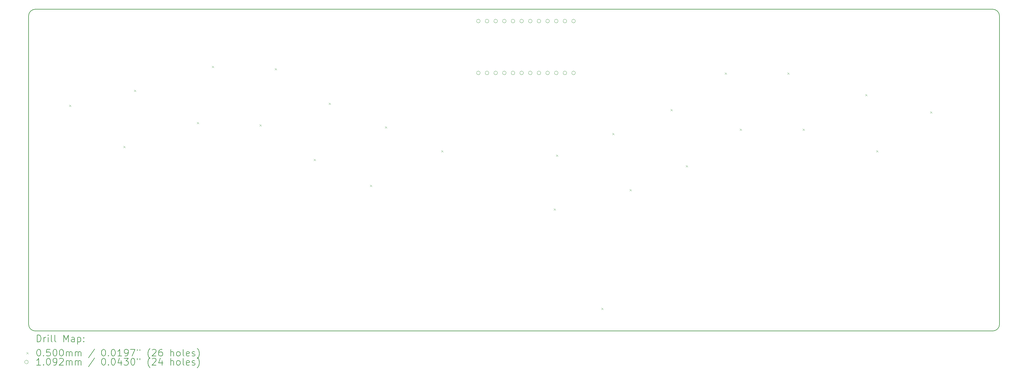
<source format=gbr>
%TF.GenerationSoftware,KiCad,Pcbnew,(6.0.7-1)-1*%
%TF.CreationDate,2022-08-01T14:13:12+02:00*%
%TF.ProjectId,green60-test3,67726565-6e36-4302-9d74-657374332e6b,v1.0.0*%
%TF.SameCoordinates,Original*%
%TF.FileFunction,Drillmap*%
%TF.FilePolarity,Positive*%
%FSLAX45Y45*%
G04 Gerber Fmt 4.5, Leading zero omitted, Abs format (unit mm)*
G04 Created by KiCad (PCBNEW (6.0.7-1)-1) date 2022-08-01 14:13:12*
%MOMM*%
%LPD*%
G01*
G04 APERTURE LIST*
%ADD10C,0.150000*%
%ADD11C,0.200000*%
%ADD12C,0.050000*%
%ADD13C,0.109220*%
G04 APERTURE END LIST*
D10*
X1603518Y-1733145D02*
X1603518Y-10793145D01*
X1803518Y-1533145D02*
G75*
G03*
X1603518Y-1733145I0J-200000D01*
G01*
X1803518Y-10993145D02*
X29903518Y-10993145D01*
X29903518Y-10993138D02*
G75*
G03*
X30103518Y-10793145I2J199998D01*
G01*
X30103518Y-10793145D02*
X30103518Y-1733145D01*
X30103515Y-1733145D02*
G75*
G03*
X29903518Y-1533145I-199995J5D01*
G01*
X29903518Y-1533145D02*
X1803518Y-1533145D01*
X1603515Y-10793145D02*
G75*
G03*
X1803518Y-10993145I200005J5D01*
G01*
D11*
D12*
X2801518Y-4348145D02*
X2851518Y-4398145D01*
X2851518Y-4348145D02*
X2801518Y-4398145D01*
X4389018Y-5554645D02*
X4439018Y-5604645D01*
X4439018Y-5554645D02*
X4389018Y-5604645D01*
X4706518Y-3903645D02*
X4756518Y-3953645D01*
X4756518Y-3903645D02*
X4706518Y-3953645D01*
X6548018Y-4856145D02*
X6598018Y-4906145D01*
X6598018Y-4856145D02*
X6548018Y-4906145D01*
X6992518Y-3205145D02*
X7042518Y-3255145D01*
X7042518Y-3205145D02*
X6992518Y-3255145D01*
X8389518Y-4919645D02*
X8439518Y-4969645D01*
X8439518Y-4919645D02*
X8389518Y-4969645D01*
X8834018Y-3268645D02*
X8884018Y-3318645D01*
X8884018Y-3268645D02*
X8834018Y-3318645D01*
X9977018Y-5935645D02*
X10027018Y-5985645D01*
X10027018Y-5935645D02*
X9977018Y-5985645D01*
X10421518Y-4284645D02*
X10471518Y-4334645D01*
X10471518Y-4284645D02*
X10421518Y-4334645D01*
X11628018Y-6697645D02*
X11678018Y-6747645D01*
X11678018Y-6697645D02*
X11628018Y-6747645D01*
X12072518Y-4983145D02*
X12122518Y-5033145D01*
X12122518Y-4983145D02*
X12072518Y-5033145D01*
X13723518Y-5681645D02*
X13773518Y-5731645D01*
X13773518Y-5681645D02*
X13723518Y-5731645D01*
X17025518Y-7396145D02*
X17075518Y-7446145D01*
X17075518Y-7396145D02*
X17025518Y-7446145D01*
X17089018Y-5808645D02*
X17139018Y-5858645D01*
X17139018Y-5808645D02*
X17089018Y-5858645D01*
X18422518Y-10317145D02*
X18472518Y-10367145D01*
X18472518Y-10317145D02*
X18422518Y-10367145D01*
X18740018Y-5173645D02*
X18790018Y-5223645D01*
X18790018Y-5173645D02*
X18740018Y-5223645D01*
X19248018Y-6824645D02*
X19298018Y-6874645D01*
X19298018Y-6824645D02*
X19248018Y-6874645D01*
X20454518Y-4475145D02*
X20504518Y-4525145D01*
X20504518Y-4475145D02*
X20454518Y-4525145D01*
X20899018Y-6126145D02*
X20949018Y-6176145D01*
X20949018Y-6126145D02*
X20899018Y-6176145D01*
X22042018Y-3395645D02*
X22092018Y-3445645D01*
X22092018Y-3395645D02*
X22042018Y-3445645D01*
X22486518Y-5046645D02*
X22536518Y-5096645D01*
X22536518Y-5046645D02*
X22486518Y-5096645D01*
X23883518Y-3395645D02*
X23933518Y-3445645D01*
X23933518Y-3395645D02*
X23883518Y-3445645D01*
X24328018Y-5046645D02*
X24378018Y-5096645D01*
X24378018Y-5046645D02*
X24328018Y-5096645D01*
X26169518Y-4030645D02*
X26219518Y-4080645D01*
X26219518Y-4030645D02*
X26169518Y-4080645D01*
X26487018Y-5681645D02*
X26537018Y-5731645D01*
X26537018Y-5681645D02*
X26487018Y-5731645D01*
X28074518Y-4538645D02*
X28124518Y-4588645D01*
X28124518Y-4538645D02*
X28074518Y-4588645D01*
D13*
X14861128Y-1881145D02*
G75*
G03*
X14861128Y-1881145I-54610J0D01*
G01*
X14861128Y-3405145D02*
G75*
G03*
X14861128Y-3405145I-54610J0D01*
G01*
X15115128Y-1881145D02*
G75*
G03*
X15115128Y-1881145I-54610J0D01*
G01*
X15115128Y-3405145D02*
G75*
G03*
X15115128Y-3405145I-54610J0D01*
G01*
X15369128Y-1881145D02*
G75*
G03*
X15369128Y-1881145I-54610J0D01*
G01*
X15369128Y-3405145D02*
G75*
G03*
X15369128Y-3405145I-54610J0D01*
G01*
X15623128Y-1881145D02*
G75*
G03*
X15623128Y-1881145I-54610J0D01*
G01*
X15623128Y-3405145D02*
G75*
G03*
X15623128Y-3405145I-54610J0D01*
G01*
X15877128Y-1881145D02*
G75*
G03*
X15877128Y-1881145I-54610J0D01*
G01*
X15877128Y-3405145D02*
G75*
G03*
X15877128Y-3405145I-54610J0D01*
G01*
X16131128Y-1881145D02*
G75*
G03*
X16131128Y-1881145I-54610J0D01*
G01*
X16131128Y-3405145D02*
G75*
G03*
X16131128Y-3405145I-54610J0D01*
G01*
X16385128Y-1881145D02*
G75*
G03*
X16385128Y-1881145I-54610J0D01*
G01*
X16385128Y-3405145D02*
G75*
G03*
X16385128Y-3405145I-54610J0D01*
G01*
X16639128Y-1881145D02*
G75*
G03*
X16639128Y-1881145I-54610J0D01*
G01*
X16639128Y-3405145D02*
G75*
G03*
X16639128Y-3405145I-54610J0D01*
G01*
X16893128Y-1881145D02*
G75*
G03*
X16893128Y-1881145I-54610J0D01*
G01*
X16893128Y-3405145D02*
G75*
G03*
X16893128Y-3405145I-54610J0D01*
G01*
X17147128Y-1881145D02*
G75*
G03*
X17147128Y-1881145I-54610J0D01*
G01*
X17147128Y-3405145D02*
G75*
G03*
X17147128Y-3405145I-54610J0D01*
G01*
X17401128Y-1881145D02*
G75*
G03*
X17401128Y-1881145I-54610J0D01*
G01*
X17401128Y-3405145D02*
G75*
G03*
X17401128Y-3405145I-54610J0D01*
G01*
X17655128Y-1881145D02*
G75*
G03*
X17655128Y-1881145I-54610J0D01*
G01*
X17655128Y-3405145D02*
G75*
G03*
X17655128Y-3405145I-54610J0D01*
G01*
D11*
X1853637Y-11311121D02*
X1853637Y-11111121D01*
X1901256Y-11111121D01*
X1929828Y-11120645D01*
X1948875Y-11139692D01*
X1958399Y-11158740D01*
X1967923Y-11196835D01*
X1967923Y-11225407D01*
X1958399Y-11263502D01*
X1948875Y-11282549D01*
X1929828Y-11301597D01*
X1901256Y-11311121D01*
X1853637Y-11311121D01*
X2053637Y-11311121D02*
X2053637Y-11177788D01*
X2053637Y-11215883D02*
X2063161Y-11196835D01*
X2072685Y-11187311D01*
X2091732Y-11177788D01*
X2110780Y-11177788D01*
X2177447Y-11311121D02*
X2177447Y-11177788D01*
X2177447Y-11111121D02*
X2167923Y-11120645D01*
X2177447Y-11130169D01*
X2186971Y-11120645D01*
X2177447Y-11111121D01*
X2177447Y-11130169D01*
X2301256Y-11311121D02*
X2282209Y-11301597D01*
X2272685Y-11282549D01*
X2272685Y-11111121D01*
X2406018Y-11311121D02*
X2386971Y-11301597D01*
X2377447Y-11282549D01*
X2377447Y-11111121D01*
X2634590Y-11311121D02*
X2634590Y-11111121D01*
X2701256Y-11253978D01*
X2767923Y-11111121D01*
X2767923Y-11311121D01*
X2948875Y-11311121D02*
X2948875Y-11206359D01*
X2939352Y-11187311D01*
X2920304Y-11177788D01*
X2882209Y-11177788D01*
X2863161Y-11187311D01*
X2948875Y-11301597D02*
X2929828Y-11311121D01*
X2882209Y-11311121D01*
X2863161Y-11301597D01*
X2853637Y-11282549D01*
X2853637Y-11263502D01*
X2863161Y-11244454D01*
X2882209Y-11234930D01*
X2929828Y-11234930D01*
X2948875Y-11225407D01*
X3044113Y-11177788D02*
X3044113Y-11377788D01*
X3044113Y-11187311D02*
X3063161Y-11177788D01*
X3101256Y-11177788D01*
X3120304Y-11187311D01*
X3129828Y-11196835D01*
X3139352Y-11215883D01*
X3139352Y-11273026D01*
X3129828Y-11292073D01*
X3120304Y-11301597D01*
X3101256Y-11311121D01*
X3063161Y-11311121D01*
X3044113Y-11301597D01*
X3225066Y-11292073D02*
X3234590Y-11301597D01*
X3225066Y-11311121D01*
X3215542Y-11301597D01*
X3225066Y-11292073D01*
X3225066Y-11311121D01*
X3225066Y-11187311D02*
X3234590Y-11196835D01*
X3225066Y-11206359D01*
X3215542Y-11196835D01*
X3225066Y-11187311D01*
X3225066Y-11206359D01*
D12*
X1546018Y-11615645D02*
X1596018Y-11665645D01*
X1596018Y-11615645D02*
X1546018Y-11665645D01*
D11*
X1891732Y-11531121D02*
X1910780Y-11531121D01*
X1929828Y-11540645D01*
X1939352Y-11550169D01*
X1948875Y-11569216D01*
X1958399Y-11607311D01*
X1958399Y-11654930D01*
X1948875Y-11693026D01*
X1939352Y-11712073D01*
X1929828Y-11721597D01*
X1910780Y-11731121D01*
X1891732Y-11731121D01*
X1872685Y-11721597D01*
X1863161Y-11712073D01*
X1853637Y-11693026D01*
X1844113Y-11654930D01*
X1844113Y-11607311D01*
X1853637Y-11569216D01*
X1863161Y-11550169D01*
X1872685Y-11540645D01*
X1891732Y-11531121D01*
X2044113Y-11712073D02*
X2053637Y-11721597D01*
X2044113Y-11731121D01*
X2034590Y-11721597D01*
X2044113Y-11712073D01*
X2044113Y-11731121D01*
X2234590Y-11531121D02*
X2139352Y-11531121D01*
X2129828Y-11626359D01*
X2139352Y-11616835D01*
X2158399Y-11607311D01*
X2206018Y-11607311D01*
X2225066Y-11616835D01*
X2234590Y-11626359D01*
X2244114Y-11645407D01*
X2244114Y-11693026D01*
X2234590Y-11712073D01*
X2225066Y-11721597D01*
X2206018Y-11731121D01*
X2158399Y-11731121D01*
X2139352Y-11721597D01*
X2129828Y-11712073D01*
X2367923Y-11531121D02*
X2386971Y-11531121D01*
X2406018Y-11540645D01*
X2415542Y-11550169D01*
X2425066Y-11569216D01*
X2434590Y-11607311D01*
X2434590Y-11654930D01*
X2425066Y-11693026D01*
X2415542Y-11712073D01*
X2406018Y-11721597D01*
X2386971Y-11731121D01*
X2367923Y-11731121D01*
X2348875Y-11721597D01*
X2339352Y-11712073D01*
X2329828Y-11693026D01*
X2320304Y-11654930D01*
X2320304Y-11607311D01*
X2329828Y-11569216D01*
X2339352Y-11550169D01*
X2348875Y-11540645D01*
X2367923Y-11531121D01*
X2558399Y-11531121D02*
X2577447Y-11531121D01*
X2596494Y-11540645D01*
X2606018Y-11550169D01*
X2615542Y-11569216D01*
X2625066Y-11607311D01*
X2625066Y-11654930D01*
X2615542Y-11693026D01*
X2606018Y-11712073D01*
X2596494Y-11721597D01*
X2577447Y-11731121D01*
X2558399Y-11731121D01*
X2539352Y-11721597D01*
X2529828Y-11712073D01*
X2520304Y-11693026D01*
X2510780Y-11654930D01*
X2510780Y-11607311D01*
X2520304Y-11569216D01*
X2529828Y-11550169D01*
X2539352Y-11540645D01*
X2558399Y-11531121D01*
X2710780Y-11731121D02*
X2710780Y-11597788D01*
X2710780Y-11616835D02*
X2720304Y-11607311D01*
X2739352Y-11597788D01*
X2767923Y-11597788D01*
X2786971Y-11607311D01*
X2796494Y-11626359D01*
X2796494Y-11731121D01*
X2796494Y-11626359D02*
X2806018Y-11607311D01*
X2825066Y-11597788D01*
X2853637Y-11597788D01*
X2872685Y-11607311D01*
X2882209Y-11626359D01*
X2882209Y-11731121D01*
X2977447Y-11731121D02*
X2977447Y-11597788D01*
X2977447Y-11616835D02*
X2986971Y-11607311D01*
X3006018Y-11597788D01*
X3034590Y-11597788D01*
X3053637Y-11607311D01*
X3063161Y-11626359D01*
X3063161Y-11731121D01*
X3063161Y-11626359D02*
X3072685Y-11607311D01*
X3091732Y-11597788D01*
X3120304Y-11597788D01*
X3139352Y-11607311D01*
X3148875Y-11626359D01*
X3148875Y-11731121D01*
X3539352Y-11521597D02*
X3367923Y-11778740D01*
X3796494Y-11531121D02*
X3815542Y-11531121D01*
X3834590Y-11540645D01*
X3844113Y-11550169D01*
X3853637Y-11569216D01*
X3863161Y-11607311D01*
X3863161Y-11654930D01*
X3853637Y-11693026D01*
X3844113Y-11712073D01*
X3834590Y-11721597D01*
X3815542Y-11731121D01*
X3796494Y-11731121D01*
X3777447Y-11721597D01*
X3767923Y-11712073D01*
X3758399Y-11693026D01*
X3748875Y-11654930D01*
X3748875Y-11607311D01*
X3758399Y-11569216D01*
X3767923Y-11550169D01*
X3777447Y-11540645D01*
X3796494Y-11531121D01*
X3948875Y-11712073D02*
X3958399Y-11721597D01*
X3948875Y-11731121D01*
X3939352Y-11721597D01*
X3948875Y-11712073D01*
X3948875Y-11731121D01*
X4082209Y-11531121D02*
X4101256Y-11531121D01*
X4120304Y-11540645D01*
X4129828Y-11550169D01*
X4139352Y-11569216D01*
X4148875Y-11607311D01*
X4148875Y-11654930D01*
X4139352Y-11693026D01*
X4129828Y-11712073D01*
X4120304Y-11721597D01*
X4101256Y-11731121D01*
X4082209Y-11731121D01*
X4063161Y-11721597D01*
X4053637Y-11712073D01*
X4044113Y-11693026D01*
X4034590Y-11654930D01*
X4034590Y-11607311D01*
X4044113Y-11569216D01*
X4053637Y-11550169D01*
X4063161Y-11540645D01*
X4082209Y-11531121D01*
X4339352Y-11731121D02*
X4225066Y-11731121D01*
X4282209Y-11731121D02*
X4282209Y-11531121D01*
X4263161Y-11559692D01*
X4244114Y-11578740D01*
X4225066Y-11588264D01*
X4434590Y-11731121D02*
X4472685Y-11731121D01*
X4491733Y-11721597D01*
X4501256Y-11712073D01*
X4520304Y-11683502D01*
X4529828Y-11645407D01*
X4529828Y-11569216D01*
X4520304Y-11550169D01*
X4510780Y-11540645D01*
X4491733Y-11531121D01*
X4453637Y-11531121D01*
X4434590Y-11540645D01*
X4425066Y-11550169D01*
X4415542Y-11569216D01*
X4415542Y-11616835D01*
X4425066Y-11635883D01*
X4434590Y-11645407D01*
X4453637Y-11654930D01*
X4491733Y-11654930D01*
X4510780Y-11645407D01*
X4520304Y-11635883D01*
X4529828Y-11616835D01*
X4596494Y-11531121D02*
X4729828Y-11531121D01*
X4644114Y-11731121D01*
X4796494Y-11531121D02*
X4796494Y-11569216D01*
X4872685Y-11531121D02*
X4872685Y-11569216D01*
X5167923Y-11807311D02*
X5158399Y-11797788D01*
X5139352Y-11769216D01*
X5129828Y-11750169D01*
X5120304Y-11721597D01*
X5110780Y-11673978D01*
X5110780Y-11635883D01*
X5120304Y-11588264D01*
X5129828Y-11559692D01*
X5139352Y-11540645D01*
X5158399Y-11512073D01*
X5167923Y-11502549D01*
X5234590Y-11550169D02*
X5244114Y-11540645D01*
X5263161Y-11531121D01*
X5310780Y-11531121D01*
X5329828Y-11540645D01*
X5339352Y-11550169D01*
X5348875Y-11569216D01*
X5348875Y-11588264D01*
X5339352Y-11616835D01*
X5225066Y-11731121D01*
X5348875Y-11731121D01*
X5520304Y-11531121D02*
X5482209Y-11531121D01*
X5463161Y-11540645D01*
X5453637Y-11550169D01*
X5434590Y-11578740D01*
X5425066Y-11616835D01*
X5425066Y-11693026D01*
X5434590Y-11712073D01*
X5444114Y-11721597D01*
X5463161Y-11731121D01*
X5501256Y-11731121D01*
X5520304Y-11721597D01*
X5529828Y-11712073D01*
X5539352Y-11693026D01*
X5539352Y-11645407D01*
X5529828Y-11626359D01*
X5520304Y-11616835D01*
X5501256Y-11607311D01*
X5463161Y-11607311D01*
X5444114Y-11616835D01*
X5434590Y-11626359D01*
X5425066Y-11645407D01*
X5777447Y-11731121D02*
X5777447Y-11531121D01*
X5863161Y-11731121D02*
X5863161Y-11626359D01*
X5853637Y-11607311D01*
X5834590Y-11597788D01*
X5806018Y-11597788D01*
X5786971Y-11607311D01*
X5777447Y-11616835D01*
X5986971Y-11731121D02*
X5967923Y-11721597D01*
X5958399Y-11712073D01*
X5948875Y-11693026D01*
X5948875Y-11635883D01*
X5958399Y-11616835D01*
X5967923Y-11607311D01*
X5986971Y-11597788D01*
X6015542Y-11597788D01*
X6034590Y-11607311D01*
X6044113Y-11616835D01*
X6053637Y-11635883D01*
X6053637Y-11693026D01*
X6044113Y-11712073D01*
X6034590Y-11721597D01*
X6015542Y-11731121D01*
X5986971Y-11731121D01*
X6167923Y-11731121D02*
X6148875Y-11721597D01*
X6139352Y-11702549D01*
X6139352Y-11531121D01*
X6320304Y-11721597D02*
X6301256Y-11731121D01*
X6263161Y-11731121D01*
X6244113Y-11721597D01*
X6234590Y-11702549D01*
X6234590Y-11626359D01*
X6244113Y-11607311D01*
X6263161Y-11597788D01*
X6301256Y-11597788D01*
X6320304Y-11607311D01*
X6329828Y-11626359D01*
X6329828Y-11645407D01*
X6234590Y-11664454D01*
X6406018Y-11721597D02*
X6425066Y-11731121D01*
X6463161Y-11731121D01*
X6482209Y-11721597D01*
X6491732Y-11702549D01*
X6491732Y-11693026D01*
X6482209Y-11673978D01*
X6463161Y-11664454D01*
X6434590Y-11664454D01*
X6415542Y-11654930D01*
X6406018Y-11635883D01*
X6406018Y-11626359D01*
X6415542Y-11607311D01*
X6434590Y-11597788D01*
X6463161Y-11597788D01*
X6482209Y-11607311D01*
X6558399Y-11807311D02*
X6567923Y-11797788D01*
X6586971Y-11769216D01*
X6596494Y-11750169D01*
X6606018Y-11721597D01*
X6615542Y-11673978D01*
X6615542Y-11635883D01*
X6606018Y-11588264D01*
X6596494Y-11559692D01*
X6586971Y-11540645D01*
X6567923Y-11512073D01*
X6558399Y-11502549D01*
D13*
X1596018Y-11904645D02*
G75*
G03*
X1596018Y-11904645I-54610J0D01*
G01*
D11*
X1958399Y-11995121D02*
X1844113Y-11995121D01*
X1901256Y-11995121D02*
X1901256Y-11795121D01*
X1882209Y-11823692D01*
X1863161Y-11842740D01*
X1844113Y-11852264D01*
X2044113Y-11976073D02*
X2053637Y-11985597D01*
X2044113Y-11995121D01*
X2034590Y-11985597D01*
X2044113Y-11976073D01*
X2044113Y-11995121D01*
X2177447Y-11795121D02*
X2196494Y-11795121D01*
X2215542Y-11804645D01*
X2225066Y-11814169D01*
X2234590Y-11833216D01*
X2244114Y-11871311D01*
X2244114Y-11918930D01*
X2234590Y-11957026D01*
X2225066Y-11976073D01*
X2215542Y-11985597D01*
X2196494Y-11995121D01*
X2177447Y-11995121D01*
X2158399Y-11985597D01*
X2148875Y-11976073D01*
X2139352Y-11957026D01*
X2129828Y-11918930D01*
X2129828Y-11871311D01*
X2139352Y-11833216D01*
X2148875Y-11814169D01*
X2158399Y-11804645D01*
X2177447Y-11795121D01*
X2339352Y-11995121D02*
X2377447Y-11995121D01*
X2396494Y-11985597D01*
X2406018Y-11976073D01*
X2425066Y-11947502D01*
X2434590Y-11909407D01*
X2434590Y-11833216D01*
X2425066Y-11814169D01*
X2415542Y-11804645D01*
X2396494Y-11795121D01*
X2358399Y-11795121D01*
X2339352Y-11804645D01*
X2329828Y-11814169D01*
X2320304Y-11833216D01*
X2320304Y-11880835D01*
X2329828Y-11899883D01*
X2339352Y-11909407D01*
X2358399Y-11918930D01*
X2396494Y-11918930D01*
X2415542Y-11909407D01*
X2425066Y-11899883D01*
X2434590Y-11880835D01*
X2510780Y-11814169D02*
X2520304Y-11804645D01*
X2539352Y-11795121D01*
X2586971Y-11795121D01*
X2606018Y-11804645D01*
X2615542Y-11814169D01*
X2625066Y-11833216D01*
X2625066Y-11852264D01*
X2615542Y-11880835D01*
X2501256Y-11995121D01*
X2625066Y-11995121D01*
X2710780Y-11995121D02*
X2710780Y-11861788D01*
X2710780Y-11880835D02*
X2720304Y-11871311D01*
X2739352Y-11861788D01*
X2767923Y-11861788D01*
X2786971Y-11871311D01*
X2796494Y-11890359D01*
X2796494Y-11995121D01*
X2796494Y-11890359D02*
X2806018Y-11871311D01*
X2825066Y-11861788D01*
X2853637Y-11861788D01*
X2872685Y-11871311D01*
X2882209Y-11890359D01*
X2882209Y-11995121D01*
X2977447Y-11995121D02*
X2977447Y-11861788D01*
X2977447Y-11880835D02*
X2986971Y-11871311D01*
X3006018Y-11861788D01*
X3034590Y-11861788D01*
X3053637Y-11871311D01*
X3063161Y-11890359D01*
X3063161Y-11995121D01*
X3063161Y-11890359D02*
X3072685Y-11871311D01*
X3091732Y-11861788D01*
X3120304Y-11861788D01*
X3139352Y-11871311D01*
X3148875Y-11890359D01*
X3148875Y-11995121D01*
X3539352Y-11785597D02*
X3367923Y-12042740D01*
X3796494Y-11795121D02*
X3815542Y-11795121D01*
X3834590Y-11804645D01*
X3844113Y-11814169D01*
X3853637Y-11833216D01*
X3863161Y-11871311D01*
X3863161Y-11918930D01*
X3853637Y-11957026D01*
X3844113Y-11976073D01*
X3834590Y-11985597D01*
X3815542Y-11995121D01*
X3796494Y-11995121D01*
X3777447Y-11985597D01*
X3767923Y-11976073D01*
X3758399Y-11957026D01*
X3748875Y-11918930D01*
X3748875Y-11871311D01*
X3758399Y-11833216D01*
X3767923Y-11814169D01*
X3777447Y-11804645D01*
X3796494Y-11795121D01*
X3948875Y-11976073D02*
X3958399Y-11985597D01*
X3948875Y-11995121D01*
X3939352Y-11985597D01*
X3948875Y-11976073D01*
X3948875Y-11995121D01*
X4082209Y-11795121D02*
X4101256Y-11795121D01*
X4120304Y-11804645D01*
X4129828Y-11814169D01*
X4139352Y-11833216D01*
X4148875Y-11871311D01*
X4148875Y-11918930D01*
X4139352Y-11957026D01*
X4129828Y-11976073D01*
X4120304Y-11985597D01*
X4101256Y-11995121D01*
X4082209Y-11995121D01*
X4063161Y-11985597D01*
X4053637Y-11976073D01*
X4044113Y-11957026D01*
X4034590Y-11918930D01*
X4034590Y-11871311D01*
X4044113Y-11833216D01*
X4053637Y-11814169D01*
X4063161Y-11804645D01*
X4082209Y-11795121D01*
X4320304Y-11861788D02*
X4320304Y-11995121D01*
X4272685Y-11785597D02*
X4225066Y-11928454D01*
X4348875Y-11928454D01*
X4406018Y-11795121D02*
X4529828Y-11795121D01*
X4463161Y-11871311D01*
X4491733Y-11871311D01*
X4510780Y-11880835D01*
X4520304Y-11890359D01*
X4529828Y-11909407D01*
X4529828Y-11957026D01*
X4520304Y-11976073D01*
X4510780Y-11985597D01*
X4491733Y-11995121D01*
X4434590Y-11995121D01*
X4415542Y-11985597D01*
X4406018Y-11976073D01*
X4653637Y-11795121D02*
X4672685Y-11795121D01*
X4691733Y-11804645D01*
X4701256Y-11814169D01*
X4710780Y-11833216D01*
X4720304Y-11871311D01*
X4720304Y-11918930D01*
X4710780Y-11957026D01*
X4701256Y-11976073D01*
X4691733Y-11985597D01*
X4672685Y-11995121D01*
X4653637Y-11995121D01*
X4634590Y-11985597D01*
X4625066Y-11976073D01*
X4615542Y-11957026D01*
X4606018Y-11918930D01*
X4606018Y-11871311D01*
X4615542Y-11833216D01*
X4625066Y-11814169D01*
X4634590Y-11804645D01*
X4653637Y-11795121D01*
X4796494Y-11795121D02*
X4796494Y-11833216D01*
X4872685Y-11795121D02*
X4872685Y-11833216D01*
X5167923Y-12071311D02*
X5158399Y-12061788D01*
X5139352Y-12033216D01*
X5129828Y-12014169D01*
X5120304Y-11985597D01*
X5110780Y-11937978D01*
X5110780Y-11899883D01*
X5120304Y-11852264D01*
X5129828Y-11823692D01*
X5139352Y-11804645D01*
X5158399Y-11776073D01*
X5167923Y-11766549D01*
X5234590Y-11814169D02*
X5244114Y-11804645D01*
X5263161Y-11795121D01*
X5310780Y-11795121D01*
X5329828Y-11804645D01*
X5339352Y-11814169D01*
X5348875Y-11833216D01*
X5348875Y-11852264D01*
X5339352Y-11880835D01*
X5225066Y-11995121D01*
X5348875Y-11995121D01*
X5520304Y-11861788D02*
X5520304Y-11995121D01*
X5472685Y-11785597D02*
X5425066Y-11928454D01*
X5548875Y-11928454D01*
X5777447Y-11995121D02*
X5777447Y-11795121D01*
X5863161Y-11995121D02*
X5863161Y-11890359D01*
X5853637Y-11871311D01*
X5834590Y-11861788D01*
X5806018Y-11861788D01*
X5786971Y-11871311D01*
X5777447Y-11880835D01*
X5986971Y-11995121D02*
X5967923Y-11985597D01*
X5958399Y-11976073D01*
X5948875Y-11957026D01*
X5948875Y-11899883D01*
X5958399Y-11880835D01*
X5967923Y-11871311D01*
X5986971Y-11861788D01*
X6015542Y-11861788D01*
X6034590Y-11871311D01*
X6044113Y-11880835D01*
X6053637Y-11899883D01*
X6053637Y-11957026D01*
X6044113Y-11976073D01*
X6034590Y-11985597D01*
X6015542Y-11995121D01*
X5986971Y-11995121D01*
X6167923Y-11995121D02*
X6148875Y-11985597D01*
X6139352Y-11966549D01*
X6139352Y-11795121D01*
X6320304Y-11985597D02*
X6301256Y-11995121D01*
X6263161Y-11995121D01*
X6244113Y-11985597D01*
X6234590Y-11966549D01*
X6234590Y-11890359D01*
X6244113Y-11871311D01*
X6263161Y-11861788D01*
X6301256Y-11861788D01*
X6320304Y-11871311D01*
X6329828Y-11890359D01*
X6329828Y-11909407D01*
X6234590Y-11928454D01*
X6406018Y-11985597D02*
X6425066Y-11995121D01*
X6463161Y-11995121D01*
X6482209Y-11985597D01*
X6491732Y-11966549D01*
X6491732Y-11957026D01*
X6482209Y-11937978D01*
X6463161Y-11928454D01*
X6434590Y-11928454D01*
X6415542Y-11918930D01*
X6406018Y-11899883D01*
X6406018Y-11890359D01*
X6415542Y-11871311D01*
X6434590Y-11861788D01*
X6463161Y-11861788D01*
X6482209Y-11871311D01*
X6558399Y-12071311D02*
X6567923Y-12061788D01*
X6586971Y-12033216D01*
X6596494Y-12014169D01*
X6606018Y-11985597D01*
X6615542Y-11937978D01*
X6615542Y-11899883D01*
X6606018Y-11852264D01*
X6596494Y-11823692D01*
X6586971Y-11804645D01*
X6567923Y-11776073D01*
X6558399Y-11766549D01*
M02*

</source>
